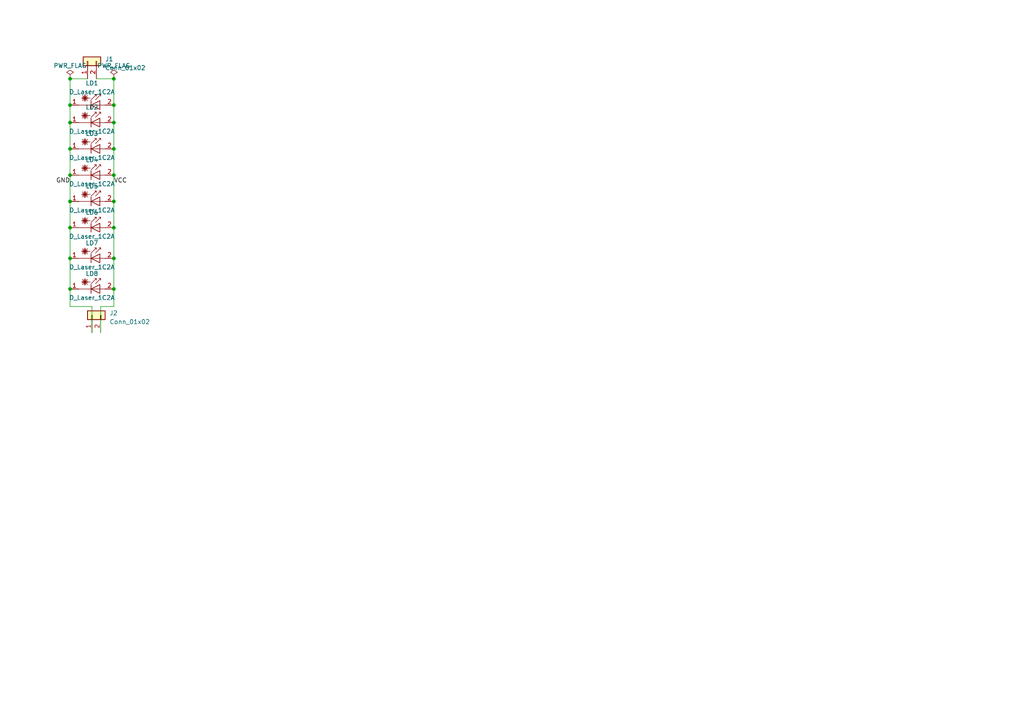
<source format=kicad_sch>
(kicad_sch (version 20230121) (generator eeschema)
  (paper "A4")
  (lib_symbols
    (symbol "Connector_Generic:Conn_01x02" (pin_names (offset 1.016) hide)
      (property "Reference" "J" (at 0 2.54 0))
      (property "Value" "Conn_01x02" (at 0 -5.08 0))
      (symbol "Conn_01x02_1_1"
        (rectangle (start -1.27 -2.413) (end 0 -2.667) (stroke (width 0.1524)))
        (rectangle (start -1.27 0.127) (end 0 -0.127) (stroke (width 0.1524)))
        (rectangle (start -1.27 1.27) (end 1.27 -3.81) (stroke (width 0.254)) (fill (type background)))
        (pin passive line (at -5.08 0 0) (length 3.81) (name "Pin_1") (number "1"))
        (pin passive line (at -5.08 -2.54 0) (length 3.81) (name "Pin_2") (number "2"))
      )
    )
    (symbol "Device:D_Laser_1C2A" (pin_names (offset 1.016) hide)
      (property "Reference" "LD" (at -1.27 4.445 0))
      (property "Value" "D_Laser_1C2A" (at -1.27 -2.54 0))
      (symbol "D_Laser_1C2A_0_1"
        (polyline (pts (xy -4.064 1.27) (xy -2.54 2.794)))
        (polyline (pts (xy -4.064 1.778) (xy -2.54 2.286)))
        (polyline (pts (xy -4.064 2.286) (xy -2.54 1.778)))
        (polyline (pts (xy -4.064 2.794) (xy -2.54 1.27)))
        (polyline (pts (xy -3.556 2.794) (xy -3.048 1.27)))
        (polyline (pts (xy -3.302 2.032) (xy -3.302 1.016)))
        (polyline (pts (xy -3.302 2.032) (xy -3.302 3.048)))
        (polyline (pts (xy -3.048 2.794) (xy -3.556 1.27)))
        (polyline (pts (xy -1.778 2.032) (xy -4.318 2.032)))
        (polyline (pts (xy -1.524 1.27) (xy -1.524 -1.27)) (stroke (width 0.2032)))
        (polyline (pts (xy 1.27 3.048) (xy 0.762 3.048)))
        (polyline (pts (xy 2.54 0) (xy -5.08 0)))
        (polyline (pts (xy -0.254 1.524) (xy 1.27 3.048) (xy 1.27 2.54)))
        (polyline (pts (xy 1.016 1.27) (xy 1.016 -1.27) (xy -1.524 0) (xy 1.016 1.27)) (stroke (width 0.2032)))
        (polyline (pts (xy -1.524 1.524) (xy 0 3.048) (xy 0 2.54) (xy 0 3.048) (xy -0.508 3.048)))
      )
      (symbol "D_Laser_1C2A_1_1"
        (pin passive line (at -7.62 0 0) (length 2.54) (name "K") (number "1"))
        (pin passive line (at 5.08 0 180) (length 2.54) (name "A") (number "2"))
      )
    )
    (symbol "power:PWR_FLAG" (power) (pin_numbers hide) (pin_names (offset 0) hide)
      (property "Value" "PWR_FLAG" (at 0 3.81 0))
      (symbol "PWR_FLAG_0_0"
        (pin power_out line (at 0 0 90) (length 0) (name "pwr") (number "1"))
      )
      (symbol "PWR_FLAG_0_1"
        (polyline (pts (xy 0 0) (xy 0 1.27) (xy -1.016 1.905) (xy 0 2.54) (xy 1.016 1.905) (xy 0 1.27)))
      )
    )
  )
  (junction (at 33.02 66.04))
  (junction (at 20.32 58.42))
  (junction (at 33.02 83.82))
  (junction (at 33.02 43.18))
  (junction (at 20.32 43.18))
  (junction (at 20.32 66.04))
  (junction (at 20.32 83.82))
  (junction (at 33.02 35.56))
  (junction (at 33.02 74.93))
  (junction (at 33.02 22.86))
  (junction (at 33.02 50.8))
  (junction (at 20.32 22.86))
  (junction (at 33.02 30.48))
  (junction (at 20.32 35.56))
  (junction (at 20.32 74.93))
  (junction (at 20.32 30.48))
  (junction (at 20.32 50.8))
  (junction (at 33.02 58.42))
  (wire (pts (xy 33.02 30.48) (xy 33.02 35.56)))
  (wire (pts (xy 20.32 88.9) (xy 26.67 88.9)))
  (wire (pts (xy 20.32 43.18) (xy 20.32 50.8)))
  (wire (pts (xy 20.32 30.48) (xy 20.32 22.86)))
  (wire (pts (xy 20.32 74.93) (xy 20.32 83.82)))
  (wire (pts (xy 20.32 50.8) (xy 20.32 58.42)))
  (wire (pts (xy 33.02 35.56) (xy 33.02 43.18)))
  (wire (pts (xy 33.02 83.82) (xy 33.02 88.9)))
  (wire (pts (xy 33.02 66.04) (xy 33.02 74.93)))
  (wire (pts (xy 20.32 30.48) (xy 20.32 35.56)))
  (wire (pts (xy 20.32 66.04) (xy 20.32 74.93)))
  (wire (pts (xy 20.32 22.86) (xy 25.4 22.86)))
  (wire (pts (xy 26.67 88.9) (xy 26.67 96.52)))
  (wire (pts (xy 20.32 58.42) (xy 20.32 66.04)))
  (wire (pts (xy 33.02 74.93) (xy 33.02 83.82)))
  (wire (pts (xy 29.21 88.9) (xy 29.21 96.52)))
  (wire (pts (xy 33.02 43.18) (xy 33.02 50.8)))
  (wire (pts (xy 33.02 58.42) (xy 33.02 66.04)))
  (wire (pts (xy 33.02 88.9) (xy 29.21 88.9)))
  (wire (pts (xy 27.94 22.86) (xy 33.02 22.86)))
  (wire (pts (xy 33.02 50.8) (xy 33.02 58.42)))
  (wire (pts (xy 33.02 22.86) (xy 33.02 30.48)))
  (wire (pts (xy 20.32 35.56) (xy 20.32 43.18)))
  (wire (pts (xy 20.32 83.82) (xy 20.32 88.9)))
  (label "VCC" (at 33.02 53.34 0))
  (label "GND" (at 20.32 53.34 180))
  (symbol (lib_id "Device:D_Laser_1C2A") (at 27.94 58.42 0) (unit 1)
    (property "Reference" "LD5" (at 26.67 53.975 0))
    (property "Value" "D_Laser_1C2A" (at 26.67 60.96 0))
    (property "Footprint" "TacTile:Laser_Diode" (effects hide))
  )
  (symbol (lib_id "Connector_Generic:Conn_01x02") (at 26.67 91.44 90) (unit 1)
    (property "Reference" "J2" (at 31.75 90.805 90) (effects (justify right)))
    (property "Value" "Conn_01x02" (at 31.75 93.345 90) (effects (justify right)))
    (property "Footprint" "Connector_PinHeader_2.54mm:PinHeader_1x02_P2.54mm_Horizontal" (effects hide))
  )
  (symbol (lib_id "Device:D_Laser_1C2A") (at 27.94 30.48 0) (unit 1)
    (property "Reference" "LD1" (at 26.67 24.13 0))
    (property "Value" "D_Laser_1C2A" (at 26.67 26.67 0))
    (property "Footprint" "TacTile:Laser_Diode" (effects hide))
  )
  (symbol (lib_id "power:PWR_FLAG") (at 20.32 22.86 0) (unit 1)
    (property "Reference" "#FLG01" (effects hide))
    (property "Value" "PWR_FLAG" (at 20.32 19.05 0))
  )
  (symbol (lib_id "Device:D_Laser_1C2A") (at 27.94 35.56 0) (unit 1)
    (property "Reference" "LD2" (at 26.67 31.115 0))
    (property "Value" "D_Laser_1C2A" (at 26.67 38.1 0))
    (property "Footprint" "TacTile:Laser_Diode" (effects hide))
  )
  (symbol (lib_id "power:PWR_FLAG") (at 33.02 22.86 0) (unit 1)
    (property "Reference" "#FLG02" (effects hide))
    (property "Value" "PWR_FLAG" (at 33.02 19.05 0))
  )
  (symbol (lib_id "Device:D_Laser_1C2A") (at 27.94 66.04 0) (unit 1)
    (property "Reference" "LD6" (at 26.67 61.595 0))
    (property "Value" "D_Laser_1C2A" (at 26.67 68.58 0))
    (property "Footprint" "TacTile:Laser_Diode" (effects hide))
  )
  (symbol (lib_id "Device:D_Laser_1C2A") (at 27.94 43.18 0) (unit 1)
    (property "Reference" "LD3" (at 26.67 38.735 0))
    (property "Value" "D_Laser_1C2A" (at 26.67 45.72 0))
    (property "Footprint" "TacTile:Laser_Diode" (effects hide))
  )
  (symbol (lib_id "Device:D_Laser_1C2A") (at 27.94 50.8 0) (unit 1)
    (property "Reference" "LD4" (at 26.67 46.355 0))
    (property "Value" "D_Laser_1C2A" (at 26.67 53.34 0))
    (property "Footprint" "TacTile:Laser_Diode" (effects hide))
  )
  (symbol (lib_id "Device:D_Laser_1C2A") (at 27.94 83.82 0) (unit 1)
    (property "Reference" "LD8" (at 26.67 79.375 0))
    (property "Value" "D_Laser_1C2A" (at 26.67 86.36 0))
    (property "Footprint" "TacTile:Laser_Diode" (effects hide))
  )
  (symbol (lib_id "Connector_Generic:Conn_01x02") (at 25.4 17.78 90) (unit 1)
    (property "Reference" "J1" (at 30.48 17.145 90) (effects (justify right)))
    (property "Value" "Conn_01x02" (at 30.48 19.685 90) (effects (justify right)))
    (property "Footprint" "Connector_PinSocket_2.54mm:PinSocket_1x02_P2.54mm_Horizontal" (effects hide))
  )
  (symbol (lib_id "Device:D_Laser_1C2A") (at 27.94 74.93 0) (unit 1)
    (property "Reference" "LD7" (at 26.67 70.485 0))
    (property "Value" "D_Laser_1C2A" (at 26.67 77.47 0))
    (property "Footprint" "TacTile:Laser_Diode" (effects hide))
  )
)
</source>
